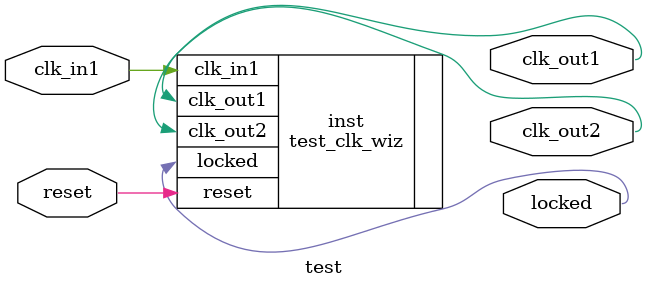
<source format=v>


`timescale 1ps/1ps

(* CORE_GENERATION_INFO = "test,clk_wiz_v6_0_3_0_0,{component_name=test,use_phase_alignment=true,use_min_o_jitter=false,use_max_i_jitter=false,use_dyn_phase_shift=false,use_inclk_switchover=false,use_dyn_reconfig=false,enable_axi=0,feedback_source=FDBK_AUTO,PRIMITIVE=MMCM,num_out_clk=2,clkin1_period=10.000,clkin2_period=10.000,use_power_down=false,use_reset=true,use_locked=true,use_inclk_stopped=false,feedback_type=SINGLE,CLOCK_MGR_TYPE=NA,manual_override=false}" *)

module test 
 (
  // Clock out ports
  output        clk_out1,
  output        clk_out2,
  // Status and control signals
  input         reset,
  output        locked,
 // Clock in ports
  input         clk_in1
 );

  test_clk_wiz inst
  (
  // Clock out ports  
  .clk_out1(clk_out1),
  .clk_out2(clk_out2),
  // Status and control signals               
  .reset(reset), 
  .locked(locked),
 // Clock in ports
  .clk_in1(clk_in1)
  );

endmodule

</source>
